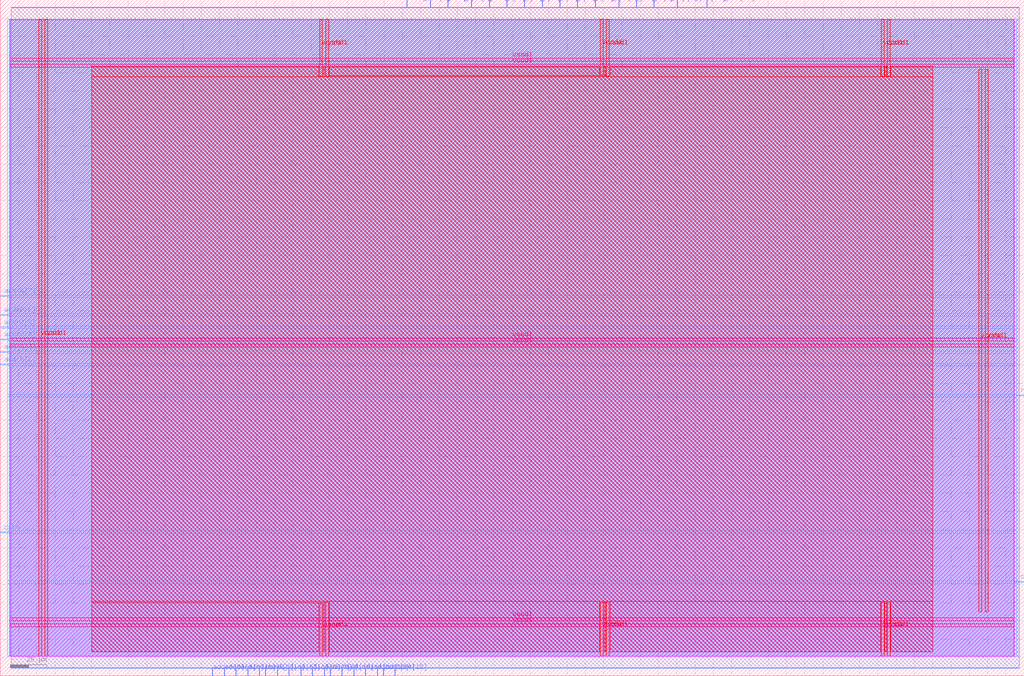
<source format=lef>
VERSION 5.7 ;
  NOWIREEXTENSIONATPIN ON ;
  DIVIDERCHAR "/" ;
  BUSBITCHARS "[]" ;
MACRO counter
  CLASS BLOCK ;
  FOREIGN counter ;
  ORIGIN 0.000 0.000 ;
  SIZE 560.000 BY 370.000 ;
  PIN addr0[0]
    DIRECTION INPUT ;
    USE SIGNAL ;
    ANTENNAGATEAREA 0.631200 ;
    ANTENNADIFFAREA 0.434700 ;
    PORT
      LAYER met2 ;
        RECT 116.010 0.000 116.290 4.000 ;
    END
  END addr0[0]
  PIN addr0[1]
    DIRECTION INPUT ;
    USE SIGNAL ;
    ANTENNAGATEAREA 0.631200 ;
    ANTENNADIFFAREA 0.434700 ;
    PORT
      LAYER met2 ;
        RECT 122.450 0.000 122.730 4.000 ;
    END
  END addr0[1]
  PIN addr0[2]
    DIRECTION INPUT ;
    USE SIGNAL ;
    ANTENNAGATEAREA 0.631200 ;
    ANTENNADIFFAREA 0.434700 ;
    PORT
      LAYER met3 ;
        RECT 0.000 170.040 4.000 170.640 ;
    END
  END addr0[2]
  PIN addr0[3]
    DIRECTION INPUT ;
    USE SIGNAL ;
    ANTENNAGATEAREA 0.631200 ;
    ANTENNADIFFAREA 0.434700 ;
    PORT
      LAYER met3 ;
        RECT 0.000 176.840 4.000 177.440 ;
    END
  END addr0[3]
  PIN addr0[4]
    DIRECTION INPUT ;
    USE SIGNAL ;
    ANTENNAGATEAREA 0.631200 ;
    ANTENNADIFFAREA 0.434700 ;
    PORT
      LAYER met3 ;
        RECT 0.000 183.640 4.000 184.240 ;
    END
  END addr0[4]
  PIN addr0[5]
    DIRECTION INPUT ;
    USE SIGNAL ;
    ANTENNAGATEAREA 0.631200 ;
    ANTENNADIFFAREA 0.434700 ;
    PORT
      LAYER met3 ;
        RECT 0.000 190.440 4.000 191.040 ;
    END
  END addr0[5]
  PIN addr0[6]
    DIRECTION INPUT ;
    USE SIGNAL ;
    ANTENNAGATEAREA 0.631200 ;
    ANTENNADIFFAREA 0.434700 ;
    PORT
      LAYER met3 ;
        RECT 0.000 197.240 4.000 197.840 ;
    END
  END addr0[6]
  PIN addr0[7]
    DIRECTION INPUT ;
    USE SIGNAL ;
    ANTENNAGATEAREA 0.631200 ;
    ANTENNADIFFAREA 0.434700 ;
    PORT
      LAYER met3 ;
        RECT 0.000 207.440 4.000 208.040 ;
    END
  END addr0[7]
  PIN clk
    DIRECTION INPUT ;
    USE SIGNAL ;
    ANTENNAGATEAREA 1.286700 ;
    ANTENNADIFFAREA 0.434700 ;
    PORT
      LAYER met3 ;
        RECT 556.000 51.040 560.000 51.640 ;
    END
  END clk
  PIN csb0
    DIRECTION INPUT ;
    USE SIGNAL ;
    ANTENNAGATEAREA 0.631200 ;
    ANTENNADIFFAREA 0.434700 ;
    PORT
      LAYER met3 ;
        RECT 0.000 78.240 4.000 78.840 ;
    END
  END csb0
  PIN din0[0]
    DIRECTION INPUT ;
    USE SIGNAL ;
    ANTENNAGATEAREA 0.631200 ;
    ANTENNADIFFAREA 0.434700 ;
    PORT
      LAYER met2 ;
        RECT 128.890 0.000 129.170 4.000 ;
    END
  END din0[0]
  PIN din0[10]
    DIRECTION INPUT ;
    USE SIGNAL ;
    ANTENNAGATEAREA 0.631200 ;
    ANTENNADIFFAREA 0.434700 ;
    PORT
      LAYER met2 ;
        RECT 186.850 0.000 187.130 4.000 ;
    END
  END din0[10]
  PIN din0[11]
    DIRECTION INPUT ;
    USE SIGNAL ;
    ANTENNAGATEAREA 0.631200 ;
    ANTENNADIFFAREA 0.434700 ;
    PORT
      LAYER met2 ;
        RECT 193.290 0.000 193.570 4.000 ;
    END
  END din0[11]
  PIN din0[12]
    DIRECTION INPUT ;
    USE SIGNAL ;
    ANTENNAGATEAREA 0.631200 ;
    ANTENNADIFFAREA 0.434700 ;
    PORT
      LAYER met2 ;
        RECT 199.730 0.000 200.010 4.000 ;
    END
  END din0[12]
  PIN din0[13]
    DIRECTION INPUT ;
    USE SIGNAL ;
    ANTENNAGATEAREA 0.631200 ;
    ANTENNADIFFAREA 0.434700 ;
    PORT
      LAYER met2 ;
        RECT 206.170 0.000 206.450 4.000 ;
    END
  END din0[13]
  PIN din0[14]
    DIRECTION INPUT ;
    USE SIGNAL ;
    ANTENNAGATEAREA 0.631200 ;
    ANTENNADIFFAREA 0.434700 ;
    PORT
      LAYER met2 ;
        RECT 209.390 0.000 209.670 4.000 ;
    END
  END din0[14]
  PIN din0[15]
    DIRECTION INPUT ;
    USE SIGNAL ;
    ANTENNAGATEAREA 0.631200 ;
    ANTENNADIFFAREA 0.434700 ;
    PORT
      LAYER met2 ;
        RECT 215.830 0.000 216.110 4.000 ;
    END
  END din0[15]
  PIN din0[1]
    DIRECTION INPUT ;
    USE SIGNAL ;
    ANTENNAGATEAREA 0.631200 ;
    ANTENNADIFFAREA 0.434700 ;
    PORT
      LAYER met2 ;
        RECT 135.330 0.000 135.610 4.000 ;
    END
  END din0[1]
  PIN din0[2]
    DIRECTION INPUT ;
    USE SIGNAL ;
    ANTENNAGATEAREA 0.631200 ;
    ANTENNADIFFAREA 0.434700 ;
    PORT
      LAYER met2 ;
        RECT 141.770 0.000 142.050 4.000 ;
    END
  END din0[2]
  PIN din0[3]
    DIRECTION INPUT ;
    USE SIGNAL ;
    ANTENNAGATEAREA 0.631200 ;
    ANTENNADIFFAREA 0.434700 ;
    PORT
      LAYER met2 ;
        RECT 144.990 0.000 145.270 4.000 ;
    END
  END din0[3]
  PIN din0[4]
    DIRECTION INPUT ;
    USE SIGNAL ;
    ANTENNAGATEAREA 0.631200 ;
    ANTENNADIFFAREA 0.434700 ;
    PORT
      LAYER met2 ;
        RECT 151.430 0.000 151.710 4.000 ;
    END
  END din0[4]
  PIN din0[5]
    DIRECTION INPUT ;
    USE SIGNAL ;
    ANTENNAGATEAREA 0.631200 ;
    ANTENNADIFFAREA 0.434700 ;
    PORT
      LAYER met2 ;
        RECT 157.870 0.000 158.150 4.000 ;
    END
  END din0[5]
  PIN din0[6]
    DIRECTION INPUT ;
    USE SIGNAL ;
    ANTENNAGATEAREA 0.631200 ;
    ANTENNADIFFAREA 0.434700 ;
    PORT
      LAYER met2 ;
        RECT 164.310 0.000 164.590 4.000 ;
    END
  END din0[6]
  PIN din0[7]
    DIRECTION INPUT ;
    USE SIGNAL ;
    ANTENNAGATEAREA 0.631200 ;
    ANTENNADIFFAREA 0.434700 ;
    PORT
      LAYER met2 ;
        RECT 170.750 0.000 171.030 4.000 ;
    END
  END din0[7]
  PIN din0[8]
    DIRECTION INPUT ;
    USE SIGNAL ;
    ANTENNAGATEAREA 0.631200 ;
    ANTENNADIFFAREA 0.434700 ;
    PORT
      LAYER met2 ;
        RECT 177.190 0.000 177.470 4.000 ;
    END
  END din0[8]
  PIN din0[9]
    DIRECTION INPUT ;
    USE SIGNAL ;
    ANTENNAGATEAREA 0.631200 ;
    ANTENNADIFFAREA 0.434700 ;
    PORT
      LAYER met2 ;
        RECT 180.410 0.000 180.690 4.000 ;
    END
  END din0[9]
  PIN rst
    DIRECTION INPUT ;
    USE SIGNAL ;
    ANTENNAGATEAREA 0.631200 ;
    ANTENNADIFFAREA 0.434700 ;
    PORT
      LAYER met3 ;
        RECT 556.000 153.040 560.000 153.640 ;
    END
  END rst
  PIN sine_out[0]
    DIRECTION OUTPUT ;
    USE SIGNAL ;
    ANTENNADIFFAREA 0.340600 ;
    PORT
      LAYER met2 ;
        RECT 222.270 366.000 222.550 370.000 ;
    END
  END sine_out[0]
  PIN sine_out[10]
    DIRECTION OUTPUT ;
    USE SIGNAL ;
    ANTENNADIFFAREA 0.340600 ;
    PORT
      LAYER met2 ;
        RECT 325.310 366.000 325.590 370.000 ;
    END
  END sine_out[10]
  PIN sine_out[11]
    DIRECTION OUTPUT ;
    USE SIGNAL ;
    ANTENNADIFFAREA 0.340600 ;
    PORT
      LAYER met2 ;
        RECT 338.190 366.000 338.470 370.000 ;
    END
  END sine_out[11]
  PIN sine_out[12]
    DIRECTION OUTPUT ;
    USE SIGNAL ;
    ANTENNADIFFAREA 0.340600 ;
    PORT
      LAYER met2 ;
        RECT 347.850 366.000 348.130 370.000 ;
    END
  END sine_out[12]
  PIN sine_out[13]
    DIRECTION OUTPUT ;
    USE SIGNAL ;
    ANTENNADIFFAREA 0.340600 ;
    PORT
      LAYER met2 ;
        RECT 357.510 366.000 357.790 370.000 ;
    END
  END sine_out[13]
  PIN sine_out[14]
    DIRECTION OUTPUT ;
    USE SIGNAL ;
    ANTENNADIFFAREA 0.340600 ;
    PORT
      LAYER met2 ;
        RECT 370.390 366.000 370.670 370.000 ;
    END
  END sine_out[14]
  PIN sine_out[15]
    DIRECTION OUTPUT ;
    USE SIGNAL ;
    ANTENNADIFFAREA 0.340600 ;
    PORT
      LAYER met2 ;
        RECT 386.490 366.000 386.770 370.000 ;
    END
  END sine_out[15]
  PIN sine_out[1]
    DIRECTION OUTPUT ;
    USE SIGNAL ;
    ANTENNADIFFAREA 0.340600 ;
    PORT
      LAYER met2 ;
        RECT 235.150 366.000 235.430 370.000 ;
    END
  END sine_out[1]
  PIN sine_out[2]
    DIRECTION OUTPUT ;
    USE SIGNAL ;
    ANTENNADIFFAREA 0.340600 ;
    PORT
      LAYER met2 ;
        RECT 244.810 366.000 245.090 370.000 ;
    END
  END sine_out[2]
  PIN sine_out[3]
    DIRECTION OUTPUT ;
    USE SIGNAL ;
    ANTENNADIFFAREA 0.340600 ;
    PORT
      LAYER met2 ;
        RECT 257.690 366.000 257.970 370.000 ;
    END
  END sine_out[3]
  PIN sine_out[4]
    DIRECTION OUTPUT ;
    USE SIGNAL ;
    ANTENNADIFFAREA 0.340600 ;
    PORT
      LAYER met2 ;
        RECT 267.350 366.000 267.630 370.000 ;
    END
  END sine_out[4]
  PIN sine_out[5]
    DIRECTION OUTPUT ;
    USE SIGNAL ;
    ANTENNADIFFAREA 0.340600 ;
    PORT
      LAYER met2 ;
        RECT 277.010 366.000 277.290 370.000 ;
    END
  END sine_out[5]
  PIN sine_out[6]
    DIRECTION OUTPUT ;
    USE SIGNAL ;
    ANTENNADIFFAREA 0.340600 ;
    PORT
      LAYER met2 ;
        RECT 286.670 366.000 286.950 370.000 ;
    END
  END sine_out[6]
  PIN sine_out[7]
    DIRECTION OUTPUT ;
    USE SIGNAL ;
    ANTENNADIFFAREA 0.340600 ;
    PORT
      LAYER met2 ;
        RECT 296.330 366.000 296.610 370.000 ;
    END
  END sine_out[7]
  PIN sine_out[8]
    DIRECTION OUTPUT ;
    USE SIGNAL ;
    ANTENNADIFFAREA 0.340600 ;
    PORT
      LAYER met2 ;
        RECT 305.990 366.000 306.270 370.000 ;
    END
  END sine_out[8]
  PIN sine_out[9]
    DIRECTION OUTPUT ;
    USE SIGNAL ;
    ANTENNADIFFAREA 0.340600 ;
    PORT
      LAYER met2 ;
        RECT 315.650 366.000 315.930 370.000 ;
    END
  END sine_out[9]
  PIN vccd1
    DIRECTION INOUT ;
    USE POWER ;
    PORT
      LAYER met4 ;
        RECT 21.040 10.640 22.640 359.280 ;
    END
    PORT
      LAYER met4 ;
        RECT 174.640 10.640 176.240 39.400 ;
    END
    PORT
      LAYER met4 ;
        RECT 174.640 328.250 176.240 359.280 ;
    END
    PORT
      LAYER met4 ;
        RECT 328.240 10.640 329.840 40.320 ;
    END
    PORT
      LAYER met4 ;
        RECT 328.240 328.880 329.840 359.280 ;
    END
    PORT
      LAYER met4 ;
        RECT 481.840 10.640 483.440 40.320 ;
    END
    PORT
      LAYER met4 ;
        RECT 481.840 328.250 483.440 359.280 ;
    END
    PORT
      LAYER met5 ;
        RECT 5.280 26.730 554.540 28.330 ;
    END
    PORT
      LAYER met5 ;
        RECT 5.280 179.910 554.540 181.510 ;
    END
    PORT
      LAYER met5 ;
        RECT 5.280 333.090 554.540 334.690 ;
    END
    PORT
      LAYER met4 ;
        RECT 535.100 35.120 536.700 332.080 ;
    END
  END vccd1
  PIN vssd1
    DIRECTION INOUT ;
    USE GROUND ;
    PORT
      LAYER met4 ;
        RECT 24.340 10.640 25.940 359.280 ;
    END
    PORT
      LAYER met4 ;
        RECT 177.940 10.640 179.540 40.320 ;
    END
    PORT
      LAYER met4 ;
        RECT 177.940 328.250 179.540 359.280 ;
    END
    PORT
      LAYER met4 ;
        RECT 331.540 10.640 333.140 40.320 ;
    END
    PORT
      LAYER met4 ;
        RECT 331.540 328.250 333.140 359.280 ;
    END
    PORT
      LAYER met4 ;
        RECT 485.140 10.640 486.740 40.320 ;
    END
    PORT
      LAYER met4 ;
        RECT 485.140 328.250 486.740 359.280 ;
    END
    PORT
      LAYER met5 ;
        RECT 5.280 30.030 554.540 31.630 ;
    END
    PORT
      LAYER met5 ;
        RECT 5.280 183.210 554.540 184.810 ;
    END
    PORT
      LAYER met5 ;
        RECT 5.280 336.390 554.540 337.990 ;
    END
    PORT
      LAYER met4 ;
        RECT 538.780 35.120 540.380 332.080 ;
    END
  END vssd1
  OBS
      LAYER nwell ;
        RECT 5.330 10.795 554.490 359.125 ;
      LAYER li1 ;
        RECT 5.520 10.795 554.300 359.125 ;
      LAYER met1 ;
        RECT 5.520 10.640 557.450 359.280 ;
      LAYER met2 ;
        RECT 6.070 365.720 221.990 366.000 ;
        RECT 222.830 365.720 234.870 366.000 ;
        RECT 235.710 365.720 244.530 366.000 ;
        RECT 245.370 365.720 257.410 366.000 ;
        RECT 258.250 365.720 267.070 366.000 ;
        RECT 267.910 365.720 276.730 366.000 ;
        RECT 277.570 365.720 286.390 366.000 ;
        RECT 287.230 365.720 296.050 366.000 ;
        RECT 296.890 365.720 305.710 366.000 ;
        RECT 306.550 365.720 315.370 366.000 ;
        RECT 316.210 365.720 325.030 366.000 ;
        RECT 325.870 365.720 337.910 366.000 ;
        RECT 338.750 365.720 347.570 366.000 ;
        RECT 348.410 365.720 357.230 366.000 ;
        RECT 358.070 365.720 370.110 366.000 ;
        RECT 370.950 365.720 386.210 366.000 ;
        RECT 387.050 365.720 557.420 366.000 ;
        RECT 6.070 4.280 557.420 365.720 ;
        RECT 6.070 4.000 115.730 4.280 ;
        RECT 116.570 4.000 122.170 4.280 ;
        RECT 123.010 4.000 128.610 4.280 ;
        RECT 129.450 4.000 135.050 4.280 ;
        RECT 135.890 4.000 141.490 4.280 ;
        RECT 142.330 4.000 144.710 4.280 ;
        RECT 145.550 4.000 151.150 4.280 ;
        RECT 151.990 4.000 157.590 4.280 ;
        RECT 158.430 4.000 164.030 4.280 ;
        RECT 164.870 4.000 170.470 4.280 ;
        RECT 171.310 4.000 176.910 4.280 ;
        RECT 177.750 4.000 180.130 4.280 ;
        RECT 180.970 4.000 186.570 4.280 ;
        RECT 187.410 4.000 193.010 4.280 ;
        RECT 193.850 4.000 199.450 4.280 ;
        RECT 200.290 4.000 205.890 4.280 ;
        RECT 206.730 4.000 209.110 4.280 ;
        RECT 209.950 4.000 215.550 4.280 ;
        RECT 216.390 4.000 557.420 4.280 ;
      LAYER met3 ;
        RECT 4.000 208.440 556.000 359.205 ;
        RECT 4.400 207.040 556.000 208.440 ;
        RECT 4.000 198.240 556.000 207.040 ;
        RECT 4.400 196.840 556.000 198.240 ;
        RECT 4.000 191.440 556.000 196.840 ;
        RECT 4.400 190.040 556.000 191.440 ;
        RECT 4.000 184.640 556.000 190.040 ;
        RECT 4.400 183.240 556.000 184.640 ;
        RECT 4.000 177.840 556.000 183.240 ;
        RECT 4.400 176.440 556.000 177.840 ;
        RECT 4.000 171.040 556.000 176.440 ;
        RECT 4.400 169.640 556.000 171.040 ;
        RECT 4.000 154.040 556.000 169.640 ;
        RECT 4.000 152.640 555.600 154.040 ;
        RECT 4.000 79.240 556.000 152.640 ;
        RECT 4.400 77.840 556.000 79.240 ;
        RECT 4.000 52.040 556.000 77.840 ;
        RECT 4.000 50.640 555.600 52.040 ;
        RECT 4.000 10.715 556.000 50.640 ;
      LAYER met4 ;
        RECT 50.000 327.850 174.240 333.705 ;
        RECT 176.640 327.850 177.540 333.705 ;
        RECT 179.940 328.480 327.840 333.705 ;
        RECT 330.240 328.480 331.140 333.705 ;
        RECT 179.940 327.850 331.140 328.480 ;
        RECT 333.540 327.850 481.440 333.705 ;
        RECT 483.840 327.850 484.740 333.705 ;
        RECT 487.140 327.850 509.900 333.705 ;
        RECT 50.000 40.720 509.900 327.850 ;
        RECT 50.000 39.800 177.540 40.720 ;
        RECT 50.000 13.095 174.240 39.800 ;
        RECT 176.640 13.095 177.540 39.800 ;
        RECT 179.940 13.095 327.840 40.720 ;
        RECT 330.240 13.095 331.140 40.720 ;
        RECT 333.540 13.095 481.440 40.720 ;
        RECT 483.840 13.095 484.740 40.720 ;
        RECT 487.140 13.095 509.900 40.720 ;
  END
END counter
END LIBRARY


</source>
